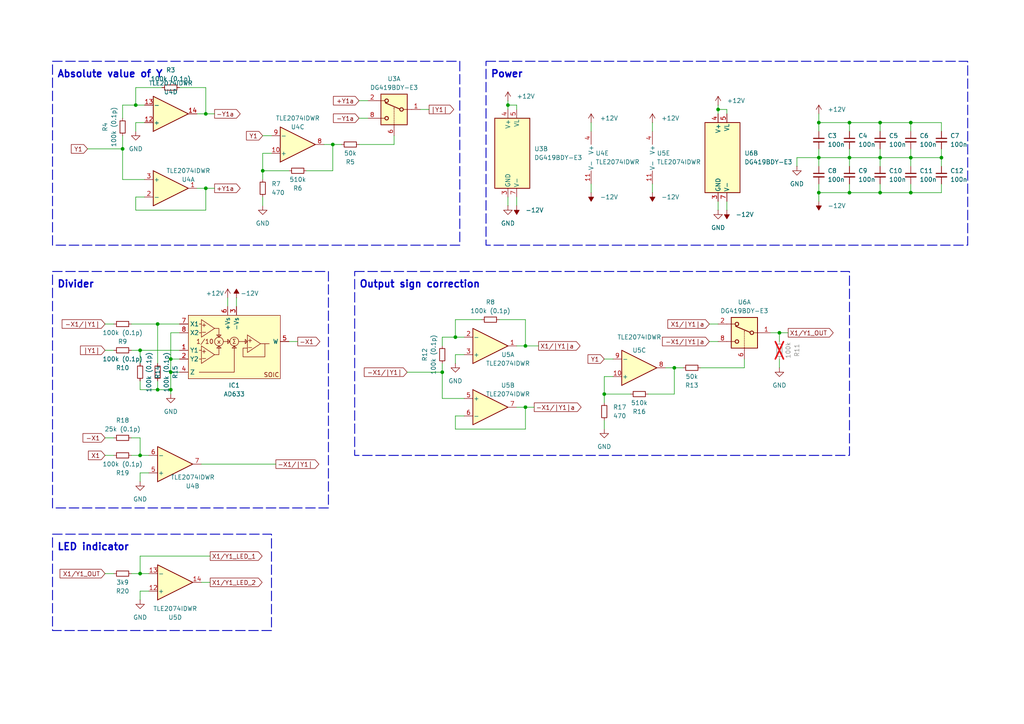
<source format=kicad_sch>
(kicad_sch (version 20231120) (generator "eeschema") (generator_version "8.0")
  (paper "A4")
  (title_block (title "Analog Computer Division Module") (date "2025-01-09") (rev "1") (comment 1 "Division Module with LED indicator"))
  (lib_symbols
    (symbol "Amplifier_Operational:TL074" (pin_names (offset 0.127))
      (property "Reference" "U" (at 0 5.08 0))
      (property "Value" "TL074" (at 0 -5.08 0))
      (symbol "TL074_1_1"
        (polyline (pts (xy -5.08 5.08) (xy 5.08 0) (xy -5.08 -5.08) (xy -5.08 5.08)) (stroke (width 0.254)) (fill (type background)))
        (pin output line (at 7.62 0 180) (length 2.54) (name "~") (number "1"))
        (pin input line (at -7.62 -2.54 0) (length 2.54) (name "-") (number "2"))
        (pin input line (at -7.62 2.54 0) (length 2.54) (name "+") (number "3"))
      )
      (symbol "TL074_2_1"
        (polyline (pts (xy -5.08 5.08) (xy 5.08 0) (xy -5.08 -5.08) (xy -5.08 5.08)) (stroke (width 0.254)) (fill (type background)))
        (pin input line (at -7.62 2.54 0) (length 2.54) (name "+") (number "5"))
        (pin input line (at -7.62 -2.54 0) (length 2.54) (name "-") (number "6"))
        (pin output line (at 7.62 0 180) (length 2.54) (name "~") (number "7"))
      )
      (symbol "TL074_3_1"
        (polyline (pts (xy -5.08 5.08) (xy 5.08 0) (xy -5.08 -5.08) (xy -5.08 5.08)) (stroke (width 0.254)) (fill (type background)))
        (pin input line (at -7.62 2.54 0) (length 2.54) (name "+") (number "10"))
        (pin output line (at 7.62 0 180) (length 2.54) (name "~") (number "8"))
        (pin input line (at -7.62 -2.54 0) (length 2.54) (name "-") (number "9"))
      )
      (symbol "TL074_4_1"
        (polyline (pts (xy -5.08 5.08) (xy 5.08 0) (xy -5.08 -5.08) (xy -5.08 5.08)) (stroke (width 0.254)) (fill (type background)))
        (pin input line (at -7.62 2.54 0) (length 2.54) (name "+") (number "12"))
        (pin input line (at -7.62 -2.54 0) (length 2.54) (name "-") (number "13"))
        (pin output line (at 7.62 0 180) (length 2.54) (name "~") (number "14"))
      )
      (symbol "TL074_5_1"
        (pin power_in line (at -2.54 -7.62 90) (length 3.81) (name "V-") (number "11"))
        (pin power_in line (at -2.54 7.62 270) (length 3.81) (name "V+") (number "4"))
      )
    )
    (symbol "Analog_Switch:ADG419BR" (pin_names (offset 0.254))
      (property "Reference" "U" (at -3.175 4.699 0))
      (property "Value" "ADG419BR" (at -3.175 2.921 0))
      (symbol "ADG419BR_1_1"
        (rectangle (start -3.81 4.445) (end 3.81 -4.445) (stroke (width 0.254)) (fill (type background)))
        (circle (center -2.159 0) (radius 0.508) (stroke (width 0.254)))
        (polyline (pts (xy -5.08 0) (xy -2.794 0)))
        (polyline (pts (xy -1.651 0.127) (xy 2.54 1.905)) (stroke (width 0.254)))
        (polyline (pts (xy 0 -5.08) (xy 0 -4.572)))
        (polyline (pts (xy 0 -4.318) (xy 0 -4.064)))
        (polyline (pts (xy 0 -3.81) (xy 0 -3.556)))
        (polyline (pts (xy 0 -3.302) (xy 0 -3.048)))
        (polyline (pts (xy 0 -2.794) (xy 0 -2.54)))
        (polyline (pts (xy 0 -2.286) (xy 0 -2.032)))
        (polyline (pts (xy 0 -1.778) (xy 0 -1.524)))
        (polyline (pts (xy 0 -1.27) (xy 0 -1.016)))
        (polyline (pts (xy 0 -0.762) (xy 0 -0.508)))
        (polyline (pts (xy 0 -0.254) (xy 0 0)))
        (polyline (pts (xy 0 0.254) (xy 0 0.508)))
        (polyline (pts (xy 0 0.254) (xy 0 0.508)))
        (polyline (pts (xy 5.08 -2.54) (xy 2.794 -2.54)))
        (polyline (pts (xy 5.08 2.54) (xy 2.794 2.54)))
        (circle (center 2.159 -2.54) (radius 0.508) (stroke (width 0.254)))
        (circle (center 2.159 2.54) (radius 0.508) (stroke (width 0.254)))
        (pin passive line (at -7.62 0 0) (length 2.54) (name "~") (number "1"))
        (pin passive line (at 7.62 2.54 180) (length 2.54) (name "~") (number "2"))
        (pin input line (at 0 -7.62 90) (length 2.54) (name "~") (number "6"))
        (pin passive line (at 7.62 -2.54 180) (length 2.54) (name "~") (number "8"))
      )
      (symbol "ADG419BR_2_0"
        (pin power_in line (at 0 -12.7 90) (length 2.54) (name "GND") (number "3"))
        (pin power_in line (at 0 12.7 270) (length 2.54) (name "V+") (number "4"))
        (pin power_in line (at 2.54 12.7 270) (length 2.54) (name "VL") (number "5"))
        (pin power_in line (at 2.54 -12.7 90) (length 2.54) (name "V-") (number "7"))
      )
      (symbol "ADG419BR_2_1"
        (rectangle (start -3.81 10.16) (end 6.35 -10.16) (stroke (width 0.254)) (fill (type background)))
      )
    )
    (symbol "Analog_Switch:DG419LDY" (pin_names (offset 0.254))
      (property "Reference" "U" (at -3.175 7.239 0))
      (property "Value" "DG419LDY" (at -3.175 5.461 0))
      (symbol "DG419LDY_1_1"
        (rectangle (start -3.81 4.445) (end 3.81 -4.445) (stroke (width 0.254)) (fill (type background)))
        (circle (center -2.159 0) (radius 0.508) (stroke (width 0.254)))
        (polyline (pts (xy -5.08 0) (xy -2.794 0)))
        (polyline (pts (xy -1.651 0.127) (xy 2.54 1.905)) (stroke (width 0.254)))
        (polyline (pts (xy 0 -5.08) (xy 0 -4.572)))
        (polyline (pts (xy 0 -4.318) (xy 0 -4.064)))
        (polyline (pts (xy 0 -3.81) (xy 0 -3.556)))
        (polyline (pts (xy 0 -3.302) (xy 0 -3.048)))
        (polyline (pts (xy 0 -2.794) (xy 0 -2.54)))
        (polyline (pts (xy 0 -2.286) (xy 0 -2.032)))
        (polyline (pts (xy 0 -1.778) (xy 0 -1.524)))
        (polyline (pts (xy 0 -1.27) (xy 0 -1.016)))
        (polyline (pts (xy 0 -0.762) (xy 0 -0.508)))
        (polyline (pts (xy 0 -0.254) (xy 0 0)))
        (polyline (pts (xy 0 0.254) (xy 0 0.508)))
        (polyline (pts (xy 0 0.254) (xy 0 0.508)))
        (polyline (pts (xy 5.08 -2.54) (xy 2.794 -2.54)))
        (polyline (pts (xy 5.08 2.54) (xy 2.794 2.54)))
        (circle (center 2.159 -2.54) (radius 0.508) (stroke (width 0.254)))
        (circle (center 2.159 2.54) (radius 0.508) (stroke (width 0.254)))
        (pin passive line (at -7.62 0 0) (length 2.54) (name "~") (number "1"))
        (pin passive line (at 7.62 2.54 180) (length 2.54) (name "~") (number "2"))
        (pin input line (at 0 -7.62 90) (length 2.54) (name "~") (number "6"))
        (pin passive line (at 7.62 -2.54 180) (length 2.54) (name "~") (number "8"))
      )
      (symbol "DG419LDY_2_0"
        (pin power_in line (at 0 -12.7 90) (length 2.54) (name "GND") (number "3"))
        (pin power_in line (at 0 12.7 270) (length 2.54) (name "V+") (number "4"))
        (pin power_in line (at 2.54 12.7 270) (length 2.54) (name "VL") (number "5"))
        (pin power_in line (at 2.54 -12.7 90) (length 2.54) (name "V-") (number "7"))
      )
      (symbol "DG419LDY_2_1"
        (rectangle (start -3.81 10.16) (end 6.35 -10.16) (stroke (width 0.254)) (fill (type background)))
      )
    )
    (symbol "Analog_computing:AD633JR/AD633AR"
      (property "Reference" "IC" (at 21.336 8.636 0))
      (symbol "AD633JR/AD633AR_1_1"
        (rectangle (start -1.27 7.62) (end 25.4 -10.795) (fill (type background)))
        (polyline (pts (xy 2.54 -5.08) (xy 1.905 -5.08)))
        (polyline (pts (xy 2.54 -2.54) (xy 1.905 -2.54)))
        (polyline (pts (xy 2.54 2.54) (xy 1.905 2.54)))
        (polyline (pts (xy 2.54 5.08) (xy 1.905 5.08)))
        (polyline (pts (xy 8.89 0) (xy 10.795 0)))
        (polyline (pts (xy 13.335 0) (xy 15.875 0)))
        (polyline (pts (xy 19.685 -0.635) (xy 22.225 -0.635)))
        (polyline (pts (xy 1.905 -8.89) (xy 12.065 -8.89) (xy 12.065 -1.27)))
        (polyline (pts (xy 6.35 -3.81) (xy 7.62 -3.81) (xy 7.62 -1.27)))
        (polyline (pts (xy 7.62 1.27) (xy 7.62 3.81) (xy 6.35 3.81)))
        (polyline (pts (xy 2.54 -1.27) (xy 2.54 -6.35) (xy 6.35 -3.81) (xy 2.54 -1.27)))
        (polyline (pts (xy 2.54 6.35) (xy 2.54 1.27) (xy 6.35 3.81) (xy 2.54 6.35)))
        (polyline (pts (xy 6.985 1.905) (xy 7.62 1.27) (xy 8.255 1.905) (xy 6.985 1.905)))
        (polyline (pts (xy 7.62 -1.27) (xy 6.985 -1.905) (xy 8.255 -1.905) (xy 7.62 -1.27)))
        (polyline (pts (xy 10.16 0.635) (xy 10.795 0) (xy 10.16 -0.635) (xy 10.16 0.635)))
        (polyline (pts (xy 12.065 -1.27) (xy 11.43 -1.905) (xy 12.7 -1.905) (xy 12.065 -1.27)))
        (polyline (pts (xy 15.24 0.635) (xy 15.875 0) (xy 15.24 -0.635) (xy 15.24 0.635)))
        (polyline (pts (xy 15.875 1.905) (xy 15.875 -3.175) (xy 19.685 -0.635) (xy 15.875 1.905)))
        (polyline (pts (xy 15.875 -1.905) (xy 14.605 -1.905) (xy 14.605 -4.445) (xy 20.955 -4.445) (xy 20.955 -0.635)))
        (circle (center 7.62 0) (radius 1.27))
        (circle (center 12.065 0) (radius 1.27))
        (text "+\n-" (at 3.302 -3.81 0) (effects (font (size 1.27 1.27))))
        (text "+\n-" (at 3.302 3.81 0) (effects (font (size 1.27 1.27))))
        (text "+\n-" (at 16.637 -0.635 0) (effects (font (size 1.27 1.27))))
        (text "1/10" (at 3.556 0 0) (effects (font (size 1.27 1.27))))
        (text "SOIC" (at 22.86 -9.652 0) (effects (font (size 1.27 1.27))))
        (text "x\n" (at 7.62 0 0) (effects (font (size 1.27 1.27))))
        (text "Σ" (at 12.065 0 0) (effects (font (size 1.27 1.27))))
        (pin input line (at -3.81 -2.54 0) (length 2.54) (name "Y1") (number "1"))
        (pin input line (at -3.81 -5.08 0) (length 2.54) (name "Y2") (number "2"))
        (pin input line (at 12.7 10.16 270) (length 2.54) (name "-Vs") (number "3"))
        (pin input line (at -3.81 -8.89 0) (length 2.54) (name "Z") (number "4"))
        (pin output line (at 27.94 0 180) (length 2.54) (name "W") (number "5"))
        (pin input line (at 10.16 10.16 270) (length 2.54) (name "+Vs") (number "6"))
        (pin input line (at -3.81 5.08 0) (length 2.54) (name "X1") (number "7"))
        (pin input line (at -3.81 2.54 0) (length 2.54) (name "X2") (number "8"))
      )
    )
    (symbol "Device:C_Small" (pin_numbers hide) (pin_names (offset 0.254) hide)
      (property "Reference" "C" (at 0.254 1.778 0))
      (property "Value" "C_Small" (at 0.254 -2.032 0))
      (symbol "C_Small_0_1"
        (polyline (pts (xy -1.524 -0.508) (xy 1.524 -0.508)) (stroke (width 0.3302)))
        (polyline (pts (xy -1.524 0.508) (xy 1.524 0.508)) (stroke (width 0.3048)))
      )
      (symbol "C_Small_1_1"
        (pin passive line (at 0 2.54 270) (length 2.032) (name "~") (number "1"))
        (pin passive line (at 0 -2.54 90) (length 2.032) (name "~") (number "2"))
      )
    )
    (symbol "Device:R_Small" (pin_numbers hide) (pin_names (offset 0.254) hide)
      (property "Reference" "R" (at 0.762 0.508 0))
      (property "Value" "R_Small" (at 0.762 -1.016 0))
      (symbol "R_Small_0_1"
        (rectangle (start -0.762 1.778) (end 0.762 -1.778) (stroke (width 0.2032)))
      )
      (symbol "R_Small_1_1"
        (pin passive line (at 0 2.54 270) (length 0.762) (name "~") (number "1"))
        (pin passive line (at 0 -2.54 90) (length 0.762) (name "~") (number "2"))
      )
    )
    (symbol "power:+12V" (power) (pin_numbers hide) (pin_names (offset 0) hide)
      (property "Value" "+12V" (at 0 3.556 0))
      (symbol "+12V_0_1"
        (polyline (pts (xy -0.762 1.27) (xy 0 2.54)))
        (polyline (pts (xy 0 0) (xy 0 2.54)))
        (polyline (pts (xy 0 2.54) (xy 0.762 1.27)))
      )
      (symbol "+12V_1_1"
        (pin power_in line (at 0 0 90) (length 0) (name "~") (number "1"))
      )
    )
    (symbol "power:-12V" (power) (pin_numbers hide) (pin_names (offset 0) hide)
      (property "Value" "-12V" (at 0 3.556 0))
      (symbol "-12V_0_0"
        (pin power_in line (at 0 0 90) (length 0) (name "~") (number "1"))
      )
      (symbol "-12V_0_1"
        (polyline (pts (xy 0 0) (xy 0 1.27) (xy 0.762 1.27) (xy 0 2.54) (xy -0.762 1.27) (xy 0 1.27)) (fill (type outline)))
      )
    )
    (symbol "power:GND" (power) (pin_numbers hide) (pin_names (offset 0) hide)
      (property "Value" "GND" (at 0 -3.81 0))
      (symbol "GND_0_1"
        (polyline (pts (xy 0 0) (xy 0 -1.27) (xy 1.27 -1.27) (xy 0 -2.54) (xy -1.27 -1.27) (xy 0 -1.27)))
      )
      (symbol "GND_1_1"
        (pin power_in line (at 0 0 270) (length 0) (name "~") (number "1"))
      )
    )
  )
  (junction (at 226.06 96.52))
  (junction (at 45.72 113.03))
  (junction (at 39.37 30.48))
  (junction (at 40.64 101.6))
  (junction (at 264.16 45.72))
  (junction (at 49.53 113.03))
  (junction (at 76.2 49.53))
  (junction (at 40.64 166.37))
  (junction (at 255.27 55.88))
  (junction (at 152.4 118.11))
  (junction (at 45.72 93.98))
  (junction (at 59.69 33.02))
  (junction (at 49.53 104.14))
  (junction (at 35.56 43.18))
  (junction (at 132.08 97.79))
  (junction (at 175.26 114.3))
  (junction (at 237.49 55.88))
  (junction (at 152.4 100.33))
  (junction (at 264.16 55.88))
  (junction (at 208.28 31.75))
  (junction (at 237.49 35.56))
  (junction (at 255.27 35.56))
  (junction (at 40.64 132.08))
  (junction (at 59.69 54.61))
  (junction (at 246.38 45.72))
  (junction (at 49.53 107.95))
  (junction (at 246.38 55.88))
  (junction (at 128.27 107.95))
  (junction (at 195.58 106.68))
  (junction (at 147.32 30.48))
  (junction (at 237.49 45.72))
  (junction (at 246.38 35.56))
  (junction (at 255.27 45.72))
  (junction (at 273.05 45.72))
  (junction (at 264.16 35.56))
  (junction (at 96.52 41.91))
  (wire (pts (xy 147.32 57.15) (xy 147.32 59.69)))
  (wire (pts (xy 210.82 58.42) (xy 210.82 60.96)))
  (wire (pts (xy 246.38 35.56) (xy 246.38 38.1)))
  (wire (pts (xy 39.37 60.96) (xy 59.69 60.96)))
  (wire (pts (xy 195.58 114.3) (xy 195.58 106.68)))
  (wire (pts (xy 104.14 41.91) (xy 114.3 41.91)))
  (wire (pts (xy 30.48 127) (xy 33.02 127)))
  (wire (pts (xy 139.7 92.71) (xy 132.08 92.71)))
  (wire (pts (xy 104.14 34.29) (xy 106.68 34.29)))
  (wire (pts (xy 147.32 30.48) (xy 149.86 30.48)))
  (wire (pts (xy 237.49 33.02) (xy 237.49 35.56)))
  (wire (pts (xy 147.32 30.48) (xy 147.32 31.75)))
  (wire (pts (xy 132.08 92.71) (xy 132.08 97.79)))
  (wire (pts (xy 76.2 39.37) (xy 78.74 39.37)))
  (wire (pts (xy 40.64 161.29) (xy 40.64 166.37)))
  (wire (pts (xy 30.48 166.37) (xy 33.02 166.37)))
  (wire (pts (xy 205.74 93.98) (xy 208.28 93.98)))
  (wire (pts (xy 226.06 104.14) (xy 226.06 106.68)))
  (wire (pts (xy 76.2 44.45) (xy 76.2 49.53)))
  (wire (pts (xy 40.64 101.6) (xy 40.64 105.41)))
  (wire (pts (xy 152.4 92.71) (xy 144.78 92.71)))
  (wire (pts (xy 39.37 25.4) (xy 39.37 30.48)))
  (wire (pts (xy 149.86 31.75) (xy 149.86 30.48)))
  (wire (pts (xy 237.49 55.88) (xy 237.49 58.42)))
  (wire (pts (xy 273.05 43.18) (xy 273.05 45.72)))
  (wire (pts (xy 39.37 57.15) (xy 39.37 60.96)))
  (wire (pts (xy 39.37 35.56) (xy 41.91 35.56)))
  (wire (pts (xy 38.1 127) (xy 40.64 127)))
  (wire (pts (xy 237.49 45.72) (xy 237.49 48.26)))
  (wire (pts (xy 40.64 113.03) (xy 45.72 113.03)))
  (wire (pts (xy 246.38 45.72) (xy 255.27 45.72)))
  (wire (pts (xy 152.4 100.33) (xy 152.4 92.71)))
  (wire (pts (xy 273.05 45.72) (xy 273.05 48.26)))
  (wire (pts (xy 128.27 97.79) (xy 128.27 100.33)))
  (wire (pts (xy 38.1 93.98) (xy 45.72 93.98)))
  (wire (pts (xy 175.26 114.3) (xy 175.26 116.84)))
  (wire (pts (xy 205.74 99.06) (xy 208.28 99.06)))
  (wire (pts (xy 41.91 57.15) (xy 39.37 57.15)))
  (wire (pts (xy 60.96 161.29) (xy 40.64 161.29)))
  (wire (pts (xy 41.91 30.48) (xy 39.37 30.48)))
  (wire (pts (xy 237.49 55.88) (xy 246.38 55.88)))
  (wire (pts (xy 128.27 97.79) (xy 132.08 97.79)))
  (wire (pts (xy 255.27 35.56) (xy 246.38 35.56)))
  (wire (pts (xy 152.4 118.11) (xy 149.86 118.11)))
  (wire (pts (xy 246.38 55.88) (xy 246.38 53.34)))
  (wire (pts (xy 226.06 96.52) (xy 226.06 99.06)))
  (wire (pts (xy 255.27 55.88) (xy 264.16 55.88)))
  (wire (pts (xy 237.49 45.72) (xy 246.38 45.72)))
  (wire (pts (xy 25.4 43.18) (xy 35.56 43.18)))
  (wire (pts (xy 118.11 107.95) (xy 128.27 107.95)))
  (wire (pts (xy 59.69 33.02) (xy 62.23 33.02)))
  (wire (pts (xy 171.45 35.56) (xy 171.45 38.1)))
  (wire (pts (xy 59.69 54.61) (xy 62.23 54.61)))
  (wire (pts (xy 215.9 106.68) (xy 215.9 104.14)))
  (wire (pts (xy 255.27 43.18) (xy 255.27 45.72)))
  (wire (pts (xy 59.69 33.02) (xy 59.69 25.4)))
  (wire (pts (xy 231.14 45.72) (xy 237.49 45.72)))
  (wire (pts (xy 52.07 96.52) (xy 49.53 96.52)))
  (wire (pts (xy 231.14 48.26) (xy 231.14 45.72)))
  (wire (pts (xy 96.52 41.91) (xy 96.52 49.53)))
  (wire (pts (xy 237.49 53.34) (xy 237.49 55.88)))
  (wire (pts (xy 40.64 110.49) (xy 40.64 113.03)))
  (wire (pts (xy 195.58 106.68) (xy 198.12 106.68)))
  (wire (pts (xy 40.64 139.7) (xy 40.64 137.16)))
  (wire (pts (xy 35.56 52.07) (xy 41.91 52.07)))
  (wire (pts (xy 132.08 97.79) (xy 134.62 97.79)))
  (wire (pts (xy 59.69 60.96) (xy 59.69 54.61)))
  (wire (pts (xy 255.27 45.72) (xy 255.27 48.26)))
  (wire (pts (xy 30.48 101.6) (xy 33.02 101.6)))
  (wire (pts (xy 49.53 104.14) (xy 49.53 107.95)))
  (wire (pts (xy 40.64 101.6) (xy 52.07 101.6)))
  (wire (pts (xy 35.56 39.37) (xy 35.56 43.18)))
  (wire (pts (xy 203.2 106.68) (xy 215.9 106.68)))
  (wire (pts (xy 208.28 31.75) (xy 208.28 33.02)))
  (wire (pts (xy 68.58 86.36) (xy 68.58 88.9)))
  (wire (pts (xy 264.16 45.72) (xy 264.16 48.26)))
  (wire (pts (xy 246.38 43.18) (xy 246.38 45.72)))
  (wire (pts (xy 121.92 31.75) (xy 124.46 31.75)))
  (wire (pts (xy 40.64 173.99) (xy 40.64 171.45)))
  (wire (pts (xy 226.06 96.52) (xy 228.6 96.52)))
  (wire (pts (xy 76.2 49.53) (xy 83.82 49.53)))
  (wire (pts (xy 96.52 49.53) (xy 88.9 49.53)))
  (wire (pts (xy 152.4 100.33) (xy 156.21 100.33)))
  (wire (pts (xy 30.48 132.08) (xy 33.02 132.08)))
  (wire (pts (xy 264.16 43.18) (xy 264.16 45.72)))
  (wire (pts (xy 237.49 35.56) (xy 246.38 35.56)))
  (wire (pts (xy 147.32 29.21) (xy 147.32 30.48)))
  (wire (pts (xy 46.99 25.4) (xy 39.37 25.4)))
  (wire (pts (xy 52.07 25.4) (xy 59.69 25.4)))
  (wire (pts (xy 132.08 124.46) (xy 152.4 124.46)))
  (wire (pts (xy 237.49 38.1) (xy 237.49 35.56)))
  (wire (pts (xy 273.05 55.88) (xy 264.16 55.88)))
  (wire (pts (xy 45.72 93.98) (xy 52.07 93.98)))
  (wire (pts (xy 175.26 121.92) (xy 175.26 124.46)))
  (wire (pts (xy 264.16 53.34) (xy 264.16 55.88)))
  (wire (pts (xy 255.27 45.72) (xy 264.16 45.72)))
  (wire (pts (xy 177.8 109.22) (xy 175.26 109.22)))
  (wire (pts (xy 193.04 106.68) (xy 195.58 106.68)))
  (wire (pts (xy 175.26 109.22) (xy 175.26 114.3)))
  (wire (pts (xy 45.72 113.03) (xy 49.53 113.03)))
  (wire (pts (xy 76.2 57.15) (xy 76.2 59.69)))
  (wire (pts (xy 49.53 113.03) (xy 49.53 114.3)))
  (wire (pts (xy 237.49 43.18) (xy 237.49 45.72)))
  (wire (pts (xy 208.28 30.48) (xy 208.28 31.75)))
  (wire (pts (xy 273.05 35.56) (xy 264.16 35.56)))
  (wire (pts (xy 78.74 44.45) (xy 76.2 44.45)))
  (wire (pts (xy 264.16 45.72) (xy 273.05 45.72)))
  (wire (pts (xy 30.48 93.98) (xy 33.02 93.98)))
  (wire (pts (xy 38.1 132.08) (xy 40.64 132.08)))
  (wire (pts (xy 45.72 110.49) (xy 45.72 113.03)))
  (wire (pts (xy 175.26 104.14) (xy 177.8 104.14)))
  (wire (pts (xy 96.52 41.91) (xy 99.06 41.91)))
  (wire (pts (xy 246.38 45.72) (xy 246.38 48.26)))
  (wire (pts (xy 40.64 137.16) (xy 43.18 137.16)))
  (wire (pts (xy 49.53 107.95) (xy 52.07 107.95)))
  (wire (pts (xy 255.27 38.1) (xy 255.27 35.56)))
  (wire (pts (xy 210.82 33.02) (xy 210.82 31.75)))
  (wire (pts (xy 208.28 58.42) (xy 208.28 60.96)))
  (wire (pts (xy 149.86 57.15) (xy 149.86 59.69)))
  (wire (pts (xy 134.62 102.87) (xy 132.08 102.87)))
  (wire (pts (xy 40.64 127) (xy 40.64 132.08)))
  (wire (pts (xy 152.4 118.11) (xy 154.94 118.11)))
  (wire (pts (xy 210.82 31.75) (xy 208.28 31.75)))
  (wire (pts (xy 39.37 38.1) (xy 39.37 35.56)))
  (wire (pts (xy 273.05 38.1) (xy 273.05 35.56)))
  (wire (pts (xy 38.1 101.6) (xy 40.64 101.6)))
  (wire (pts (xy 40.64 132.08) (xy 43.18 132.08)))
  (wire (pts (xy 45.72 93.98) (xy 45.72 105.41)))
  (wire (pts (xy 134.62 120.65) (xy 132.08 120.65)))
  (wire (pts (xy 58.42 168.91) (xy 60.96 168.91)))
  (wire (pts (xy 40.64 171.45) (xy 43.18 171.45)))
  (wire (pts (xy 66.04 86.36) (xy 66.04 88.9)))
  (wire (pts (xy 57.15 33.02) (xy 59.69 33.02)))
  (wire (pts (xy 134.62 115.57) (xy 128.27 115.57)))
  (wire (pts (xy 264.16 35.56) (xy 255.27 35.56)))
  (wire (pts (xy 264.16 38.1) (xy 264.16 35.56)))
  (wire (pts (xy 49.53 96.52) (xy 49.53 104.14)))
  (wire (pts (xy 152.4 124.46) (xy 152.4 118.11)))
  (wire (pts (xy 58.42 134.62) (xy 80.01 134.62)))
  (wire (pts (xy 132.08 120.65) (xy 132.08 124.46)))
  (wire (pts (xy 175.26 114.3) (xy 182.88 114.3)))
  (wire (pts (xy 171.45 53.34) (xy 171.45 55.88)))
  (wire (pts (xy 49.53 104.14) (xy 52.07 104.14)))
  (wire (pts (xy 49.53 107.95) (xy 49.53 113.03)))
  (wire (pts (xy 83.82 99.06) (xy 86.36 99.06)))
  (wire (pts (xy 38.1 166.37) (xy 40.64 166.37)))
  (wire (pts (xy 35.56 30.48) (xy 35.56 34.29)))
  (wire (pts (xy 104.14 29.21) (xy 106.68 29.21)))
  (wire (pts (xy 149.86 100.33) (xy 152.4 100.33)))
  (wire (pts (xy 128.27 105.41) (xy 128.27 107.95)))
  (wire (pts (xy 93.98 41.91) (xy 96.52 41.91)))
  (wire (pts (xy 128.27 115.57) (xy 128.27 107.95)))
  (wire (pts (xy 35.56 43.18) (xy 35.56 52.07)))
  (wire (pts (xy 189.23 35.56) (xy 189.23 38.1)))
  (wire (pts (xy 39.37 30.48) (xy 35.56 30.48)))
  (wire (pts (xy 59.69 54.61) (xy 57.15 54.61)))
  (wire (pts (xy 255.27 53.34) (xy 255.27 55.88)))
  (wire (pts (xy 223.52 96.52) (xy 226.06 96.52)))
  (wire (pts (xy 187.96 114.3) (xy 195.58 114.3)))
  (wire (pts (xy 40.64 166.37) (xy 43.18 166.37)))
  (wire (pts (xy 246.38 55.88) (xy 255.27 55.88)))
  (wire (pts (xy 273.05 53.34) (xy 273.05 55.88)))
  (wire (pts (xy 189.23 53.34) (xy 189.23 55.88)))
  (wire (pts (xy 132.08 102.87) (xy 132.08 105.41)))
  (wire (pts (xy 114.3 41.91) (xy 114.3 39.37)))
  (wire (pts (xy 76.2 49.53) (xy 76.2 52.07)))
  (rectangle (start 140.97 17.78) (end 280.67 71.12) (stroke (width 0.254) (type dash)))
  (rectangle (start 15.24 78.74) (end 95.25 147.32) (stroke (width 0.254) (type dash)))
  (rectangle (start 15.24 154.94) (end 78.74 182.88) (stroke (width 0.254) (type dash)))
  (rectangle (start 15.24 17.78) (end 133.35 71.12) (stroke (width 0.254) (type dash)))
  (rectangle (start 102.87 78.74) (end 246.38 132.08) (stroke (width 0.254) (type dash)))
  (text "Divider" (at 16.51 82.55 0) (effects (font (size 2.032 2.032) (thickness 0.4064) (bold yes)) (justify left)))
  (text "Power" (at 142.24 21.59 0) (effects (font (size 2.032 2.032) (thickness 0.4064) (bold yes)) (justify left)))
  (text "Absolute value of Y" (at 16.51 21.59 0) (effects (font (size 2.032 2.032) (thickness 0.4064) (bold yes)) (justify left)))
  (text "Output sign correction" (at 104.14 82.55 0) (effects (font (size 2.032 2.032) (thickness 0.4064) (bold yes)) (justify left)))
  (text "LED indicator" (at 16.51 158.75 0) (effects (font (size 2.032 2.032) (thickness 0.4064) (bold yes)) (justify left)))
  (global_label "-Y1a" (shape input) (at 104.14 34.29 180) (property "Intersheetrefs" "${INTERSHEET_REFS}" (effects (hide yes))))
  (global_label "-Y1a" (shape output) (at 62.23 33.02 0) (property "Intersheetrefs" "${INTERSHEET_REFS}" (effects (hide yes))))
  (global_label "Y1" (shape input) (at 76.2 39.37 180) (property "Intersheetrefs" "${INTERSHEET_REFS}" (effects (hide yes))))
  (global_label "X1{slash}|Y1|a" (shape output) (at 156.21 100.33 0) (property "Intersheetrefs" "${INTERSHEET_REFS}" (effects (hide yes))))
  (global_label "-X1" (shape output) (at 86.36 99.06 0) (property "Intersheetrefs" "${INTERSHEET_REFS}" (effects (hide yes))))
  (global_label "-X1{slash}|Y1|" (shape input) (at 30.48 93.98 180) (property "Intersheetrefs" "${INTERSHEET_REFS}" (effects (hide yes))))
  (global_label "-X1{slash}|Y1|" (shape output) (at 80.01 134.62 0) (property "Intersheetrefs" "${INTERSHEET_REFS}" (effects (hide yes))))
  (global_label "|Y1|" (shape output) (at 124.46 31.75 0) (property "Intersheetrefs" "${INTERSHEET_REFS}" (effects (hide yes))))
  (global_label "-X1{slash}|Y1|a" (shape output) (at 154.94 118.11 0) (property "Intersheetrefs" "${INTERSHEET_REFS}" (effects (hide yes))))
  (global_label "Y1" (shape input) (at 175.26 104.14 180) (property "Intersheetrefs" "${INTERSHEET_REFS}" (effects (hide yes))))
  (global_label "+Y1a" (shape output) (at 62.23 54.61 0) (property "Intersheetrefs" "${INTERSHEET_REFS}" (effects (hide yes))))
  (global_label "X1" (shape input) (at 30.48 132.08 180) (property "Intersheetrefs" "${INTERSHEET_REFS}" (effects (hide yes))))
  (global_label "X1{slash}Y1_OUT" (shape output) (at 228.6 96.52 0) (property "Intersheetrefs" "${INTERSHEET_REFS}" (effects (hide yes))))
  (global_label "+Y1a" (shape input) (at 104.14 29.21 180) (property "Intersheetrefs" "${INTERSHEET_REFS}" (effects (hide yes))))
  (global_label "-X1" (shape input) (at 30.48 127 180) (property "Intersheetrefs" "${INTERSHEET_REFS}" (effects (hide yes))))
  (global_label "X1{slash}|Y1|a" (shape input) (at 205.74 93.98 180) (property "Intersheetrefs" "${INTERSHEET_REFS}" (effects (hide yes))))
  (global_label "|Y1|" (shape input) (at 30.48 101.6 180) (property "Intersheetrefs" "${INTERSHEET_REFS}" (effects (hide yes))))
  (global_label "Y1" (shape input) (at 25.4 43.18 180) (property "Intersheetrefs" "${INTERSHEET_REFS}" (effects (hide yes))))
  (global_label "X1{slash}Y1_LED_2" (shape output) (at 60.96 168.91 0) (property "Intersheetrefs" "${INTERSHEET_REFS}" (effects (hide yes))))
  (global_label "-X1{slash}|Y1|a" (shape input) (at 205.74 99.06 180) (property "Intersheetrefs" "${INTERSHEET_REFS}" (effects (hide yes))))
  (global_label "X1{slash}Y1_LED_1" (shape output) (at 60.96 161.29 0) (property "Intersheetrefs" "${INTERSHEET_REFS}" (effects (hide yes))))
  (global_label "-X1{slash}|Y1|" (shape input) (at 118.11 107.95 180) (property "Intersheetrefs" "${INTERSHEET_REFS}" (effects (hide yes))))
  (global_label "X1{slash}Y1_OUT" (shape input) (at 30.48 166.37 180) (property "Intersheetrefs" "${INTERSHEET_REFS}" (effects (hide yes))))
  (symbol (lib_id "Device:C_Small") (at 246.38 50.8 0) (unit 1)
    (property "Reference" "C9" (at 248.92 49.5362 0) (effects (justify left)))
    (property "Value" "100n" (at 248.92 52.0762 0) (effects (justify left)))
    (property "Footprint" "Capacitor_SMD:C_1206_3216Metric_Pad1.33x1.80mm_HandSolder" (effects (hide yes)))
    (property "Description" "Unpolarized capacitor, small symbol" (effects (hide yes)))
  )
  (symbol (lib_id "Device:R_Small") (at 142.24 92.71 270) (mirror x) (unit 1)
    (property "Reference" "R8" (at 142.24 87.63 90))
    (property "Value" "100k (0.1p)" (at 142.24 90.17 90))
    (property "Footprint" "Resistor_SMD:R_1206_3216Metric_Pad1.30x1.75mm_HandSolder" (effects (hide yes)))
    (property "Description" "Resistor, small symbol" (effects (hide yes)))
  )
  (symbol (lib_id "Device:R_Small") (at 185.42 114.3 90) (mirror x) (unit 1)
    (property "Reference" "R16" (at 185.42 119.38 90))
    (property "Value" "510k" (at 185.42 116.84 90))
    (property "Footprint" "Resistor_SMD:R_1206_3216Metric_Pad1.30x1.75mm_HandSolder" (effects (hide yes)))
    (property "Description" "Resistor, small symbol" (effects (hide yes)))
  )
  (symbol (lib_id "Amplifier_Operational:TL074") (at 50.8 168.91 0) (mirror x) (unit 4)
    (property "Reference" "U5" (at 50.8 179.07 0))
    (property "Value" "TLE2074IDWR" (at 50.8 176.53 0))
    (property "Footprint" "Package_SO:SOIC-14_3.9x8.7mm_P1.27mm" (effects (hide yes)))
    (property "Datasheet" "https://www.ti.com/general/docs/suppproductinfo.tsp?distId=10&gotoUrl=https%3A%2F%2Fwww.ti.com%2Flit%2Fgpn%2Ftle2074" (effects (hide yes)))
    (property "Description" "IC OPAMP JFET 4 CIRCUIT 16SOIC" (effects (hide yes)))
  )
  (symbol (lib_id "Device:C_Small") (at 237.49 50.8 0) (unit 1)
    (property "Reference" "C8" (at 240.03 49.5362 0) (effects (justify left)))
    (property "Value" "100n" (at 240.03 52.0762 0) (effects (justify left)))
    (property "Footprint" "Capacitor_SMD:C_1206_3216Metric_Pad1.33x1.80mm_HandSolder" (effects (hide yes)))
    (property "Description" "Unpolarized capacitor, small symbol" (effects (hide yes)))
  )
  (symbol (lib_id "power:+12V") (at 208.28 30.48 0) (unit 1)
    (property "Reference" "#PWR022" (effects (hide yes)))
    (property "Value" "+12V" (at 210.82 29.2099 0) (effects (justify left)))
    (property "Description" "Power symbol creates a global label with name \"+12V\"" (effects (hide yes)))
  )
  (symbol (lib_id "Device:R_Small") (at 35.56 127 270) (mirror x) (unit 1)
    (property "Reference" "R18" (at 35.56 121.92 90))
    (property "Value" "25k (0.1p)" (at 35.56 124.46 90))
    (property "Footprint" "Resistor_SMD:R_1206_3216Metric_Pad1.30x1.75mm_HandSolder" (effects (hide yes)))
    (property "Description" "Resistor, small symbol" (effects (hide yes)))
  )
  (symbol (lib_id "power:GND") (at 231.14 48.26 0) (unit 1)
    (property "Reference" "#PWR027" (effects (hide yes)))
    (property "Value" "GND" (at 231.14 53.34 0))
    (property "Description" "Power symbol creates a global label with name \"GND\" , ground" (effects (hide yes)))
  )
  (symbol (lib_id "Device:R_Small") (at 35.56 101.6 90) (mirror x) (unit 1)
    (property "Reference" "R10" (at 35.56 106.68 90))
    (property "Value" "100k (0.1p)" (at 35.56 104.14 90))
    (property "Footprint" "Resistor_SMD:R_1206_3216Metric_Pad1.30x1.75mm_HandSolder" (effects (hide yes)))
    (property "Description" "Resistor, small symbol" (effects (hide yes)))
  )
  (symbol (lib_id "Amplifier_Operational:TL074") (at 142.24 118.11 0) (unit 2)
    (property "Reference" "U5" (at 147.32 111.76 0))
    (property "Value" "TLE2074IDWR" (at 147.32 114.3 0))
    (property "Footprint" "Package_SO:SOIC-14_3.9x8.7mm_P1.27mm" (effects (hide yes)))
    (property "Datasheet" "https://www.ti.com/general/docs/suppproductinfo.tsp?distId=10&gotoUrl=https%3A%2F%2Fwww.ti.com%2Flit%2Fgpn%2Ftle2074" (effects (hide yes)))
    (property "Description" "IC OPAMP JFET 4 CIRCUIT 16SOIC" (effects (hide yes)))
  )
  (symbol (lib_id "Amplifier_Operational:TL074") (at 49.53 33.02 0) (mirror x) (unit 4)
    (property "Reference" "U4" (at 49.53 26.67 0))
    (property "Value" "TLE2074IDWR" (at 49.53 24.13 0))
    (property "Footprint" "Package_SO:SOIC-14_3.9x8.7mm_P1.27mm" (effects (hide yes)))
    (property "Datasheet" "https://www.ti.com/general/docs/suppproductinfo.tsp?distId=10&gotoUrl=https%3A%2F%2Fwww.ti.com%2Flit%2Fgpn%2Ftle2074" (effects (hide yes)))
    (property "Description" "IC OPAMP JFET 4 CIRCUIT 16SOIC" (effects (hide yes)))
  )
  (symbol (lib_id "Device:R_Small") (at 35.56 93.98 90) (mirror x) (unit 1)
    (property "Reference" "R9" (at 35.56 99.06 90))
    (property "Value" "100k (0.1p)" (at 35.56 96.52 90))
    (property "Footprint" "Resistor_SMD:R_1206_3216Metric_Pad1.30x1.75mm_HandSolder" (effects (hide yes)))
    (property "Description" "Resistor, small symbol" (effects (hide yes)))
  )
  (symbol (lib_id "power:-12V") (at 210.82 60.96 180) (unit 1)
    (property "Reference" "#PWR035" (effects (hide yes)))
    (property "Value" "-12V" (at 213.36 62.2299 0) (effects (justify right)))
    (property "Description" "Power symbol creates a global label with name \"-12V\"" (effects (hide yes)))
  )
  (symbol (lib_id "Analog_Switch:DG419LDY") (at 208.28 45.72 0) (unit 2)
    (property "Reference" "U6" (at 215.9 44.4499 0) (effects (justify left)))
    (property "Value" "DG419BDY-E3" (at 215.9 46.9899 0) (effects (justify left)))
    (property "Footprint" "Package_SO:SOIC-8_3.9x4.9mm_P1.27mm" (effects (hide yes)))
    (property "Datasheet" "https://www.vishay.com/docs/72107/dg417b.pdf" (effects (hide yes)))
    (property "Description" "Precision Monolithic Quad SPST CMOS Analog Switches" (effects (hide yes)))
  )
  (symbol (lib_id "Device:R_Small") (at 45.72 107.95 0) (mirror x) (unit 1)
    (property "Reference" "R15" (at 50.8 107.95 90))
    (property "Value" "100k (0.1p)" (at 48.26 107.95 90))
    (property "Footprint" "Resistor_SMD:R_1206_3216Metric_Pad1.30x1.75mm_HandSolder" (effects (hide yes)))
    (property "Description" "Resistor, small symbol" (effects (hide yes)))
  )
  (symbol (lib_id "power:GND") (at 40.64 173.99 0) (unit 1)
    (property "Reference" "#PWR043" (effects (hide yes)))
    (property "Value" "GND" (at 40.64 179.07 0))
    (property "Description" "Power symbol creates a global label with name \"GND\" , ground" (effects (hide yes)))
  )
  (symbol (lib_id "power:GND") (at 226.06 106.68 0) (unit 1)
    (property "Reference" "#PWR039" (effects (hide yes)))
    (property "Value" "GND" (at 226.06 111.76 0))
    (property "Description" "Power symbol creates a global label with name \"GND\" , ground" (effects (hide yes)))
  )
  (symbol (lib_id "power:GND") (at 208.28 60.96 0) (unit 1)
    (property "Reference" "#PWR034" (effects (hide yes)))
    (property "Value" "GND" (at 208.28 66.04 0))
    (property "Description" "Power symbol creates a global label with name \"GND\" , ground" (effects (hide yes)))
  )
  (symbol (lib_id "Device:R_Small") (at 226.06 101.6 0) (mirror x) (unit 1) (exclude_from_sim yes) (in_bom no) (on_board no) (dnp yes)
    (property "Reference" "R11" (at 231.14 101.6 90))
    (property "Value" "100k" (at 228.6 101.6 90))
    (property "Footprint" "Resistor_SMD:R_1206_3216Metric_Pad1.30x1.75mm_HandSolder" (effects (hide yes)))
    (property "Description" "Resistor, small symbol" (effects (hide yes)))
  )
  (symbol (lib_id "Device:R_Small") (at 200.66 106.68 90) (mirror x) (unit 1)
    (property "Reference" "R13" (at 200.66 111.76 90))
    (property "Value" "50k" (at 200.66 109.22 90))
    (property "Footprint" "Resistor_SMD:R_1206_3216Metric_Pad1.30x1.75mm_HandSolder" (effects (hide yes)))
    (property "Description" "Resistor, small symbol" (effects (hide yes)))
  )
  (symbol (lib_id "Amplifier_Operational:TL074") (at 173.99 45.72 0) (unit 5)
    (property "Reference" "U4" (at 172.72 44.4499 0) (effects (justify left)))
    (property "Value" "TLE2074IDWR" (at 172.72 46.9899 0) (effects (justify left)))
    (property "Footprint" "Package_SO:SOIC-14_3.9x8.7mm_P1.27mm" (effects (hide yes)))
    (property "Datasheet" "https://www.ti.com/general/docs/suppproductinfo.tsp?distId=10&gotoUrl=https%3A%2F%2Fwww.ti.com%2Flit%2Fgpn%2Ftle2074" (effects (hide yes)))
    (property "Description" "IC OPAMP JFET 4 CIRCUIT 16SOIC" (effects (hide yes)))
  )
  (symbol (lib_id "Device:C_Small") (at 264.16 40.64 0) (unit 1)
    (property "Reference" "C6" (at 266.7 39.3762 0) (effects (justify left)))
    (property "Value" "100n" (at 266.7 41.9162 0) (effects (justify left)))
    (property "Footprint" "Capacitor_SMD:C_1206_3216Metric_Pad1.33x1.80mm_HandSolder" (effects (hide yes)))
    (property "Description" "Unpolarized capacitor, small symbol" (effects (hide yes)))
  )
  (symbol (lib_id "Device:R_Small") (at 128.27 102.87 0) (mirror y) (unit 1)
    (property "Reference" "R12" (at 123.19 102.87 90))
    (property "Value" "100k (0.1p)" (at 125.73 102.87 90))
    (property "Footprint" "Resistor_SMD:R_1206_3216Metric_Pad1.30x1.75mm_HandSolder" (effects (hide yes)))
    (property "Description" "Resistor, small symbol" (effects (hide yes)))
  )
  (symbol (lib_id "power:GND") (at 132.08 105.41 0) (unit 1)
    (property "Reference" "#PWR038" (effects (hide yes)))
    (property "Value" "GND" (at 132.08 110.49 0))
    (property "Description" "Power symbol creates a global label with name \"GND\" , ground" (effects (hide yes)))
  )
  (symbol (lib_id "Device:R_Small") (at 35.56 166.37 90) (mirror x) (unit 1)
    (property "Reference" "R20" (at 35.56 171.45 90))
    (property "Value" "3k9" (at 35.56 168.91 90))
    (property "Footprint" "Resistor_SMD:R_1206_3216Metric_Pad1.30x1.75mm_HandSolder" (effects (hide yes)))
    (property "Description" "Resistor, small symbol" (effects (hide yes)))
  )
  (symbol (lib_id "Amplifier_Operational:TL074") (at 49.53 54.61 0) (unit 1)
    (property "Reference" "U4" (at 54.61 52.07 0))
    (property "Value" "TLE2074IDWR" (at 54.61 49.53 0))
    (property "Footprint" "Package_SO:SOIC-14_3.9x8.7mm_P1.27mm" (effects (hide yes)))
    (property "Datasheet" "https://www.ti.com/general/docs/suppproductinfo.tsp?distId=10&gotoUrl=https%3A%2F%2Fwww.ti.com%2Flit%2Fgpn%2Ftle2074" (effects (hide yes)))
    (property "Description" "IC OPAMP JFET 4 CIRCUIT 16SOIC" (effects (hide yes)))
  )
  (symbol (lib_id "Amplifier_Operational:TL074") (at 185.42 106.68 0) (mirror x) (unit 3)
    (property "Reference" "U5" (at 185.42 101.6 0))
    (property "Value" "TLE2074IDWR" (at 185.42 97.79 0))
    (property "Footprint" "Package_SO:SOIC-14_3.9x8.7mm_P1.27mm" (effects (hide yes)))
    (property "Datasheet" "https://www.ti.com/general/docs/suppproductinfo.tsp?distId=10&gotoUrl=https%3A%2F%2Fwww.ti.com%2Flit%2Fgpn%2Ftle2074" (effects (hide yes)))
    (property "Description" "IC OPAMP JFET 4 CIRCUIT 16SOIC" (effects (hide yes)))
  )
  (symbol (lib_id "Device:R_Small") (at 35.56 132.08 90) (mirror x) (unit 1)
    (property "Reference" "R19" (at 35.56 137.16 90))
    (property "Value" "100k (0.1p)" (at 35.56 134.62 90))
    (property "Footprint" "Resistor_SMD:R_1206_3216Metric_Pad1.30x1.75mm_HandSolder" (effects (hide yes)))
    (property "Description" "Resistor, small symbol" (effects (hide yes)))
  )
  (symbol (lib_id "Amplifier_Operational:TL074") (at 86.36 41.91 0) (mirror x) (unit 3)
    (property "Reference" "U4" (at 86.36 36.83 0))
    (property "Value" "TLE2074IDWR" (at 86.36 34.29 0))
    (property "Footprint" "Package_SO:SOIC-14_3.9x8.7mm_P1.27mm" (effects (hide yes)))
    (property "Datasheet" "https://www.ti.com/general/docs/suppproductinfo.tsp?distId=10&gotoUrl=https%3A%2F%2Fwww.ti.com%2Flit%2Fgpn%2Ftle2074" (effects (hide yes)))
    (property "Description" "IC OPAMP JFET 4 CIRCUIT 16SOIC" (effects (hide yes)))
  )
  (symbol (lib_id "Device:R_Small") (at 175.26 119.38 180) (unit 1)
    (property "Reference" "R17" (at 177.8 118.1099 0) (effects (justify right)))
    (property "Value" "470" (at 177.8 120.6499 0) (effects (justify right)))
    (property "Footprint" "Resistor_SMD:R_1206_3216Metric_Pad1.30x1.75mm_HandSolder" (effects (hide yes)))
    (property "Description" "Resistor, small symbol" (effects (hide yes)))
  )
  (symbol (lib_id "Device:R_Small") (at 49.53 25.4 270) (mirror x) (unit 1)
    (property "Reference" "R3" (at 49.53 20.32 90))
    (property "Value" "100k (0.1p)" (at 49.53 22.86 90))
    (property "Footprint" "Resistor_SMD:R_1206_3216Metric_Pad1.30x1.75mm_HandSolder" (effects (hide yes)))
    (property "Description" "Resistor, small symbol" (effects (hide yes)))
  )
  (symbol (lib_id "Device:C_Small") (at 255.27 50.8 0) (unit 1)
    (property "Reference" "C10" (at 257.81 49.5362 0) (effects (justify left)))
    (property "Value" "100n" (at 257.81 52.0762 0) (effects (justify left)))
    (property "Footprint" "Capacitor_SMD:C_1206_3216Metric_Pad1.33x1.80mm_HandSolder" (effects (hide yes)))
    (property "Description" "Unpolarized capacitor, small symbol" (effects (hide yes)))
  )
  (symbol (lib_id "power:GND") (at 49.53 114.3 0) (unit 1)
    (property "Reference" "#PWR040" (effects (hide yes)))
    (property "Value" "GND" (at 49.53 119.38 0))
    (property "Description" "Power symbol creates a global label with name \"GND\" , ground" (effects (hide yes)))
  )
  (symbol (lib_id "power:-12V") (at 171.45 55.88 180) (unit 1)
    (property "Reference" "#PWR028" (effects (hide yes)))
    (property "Value" "-12V" (at 173.99 57.1499 0) (effects (justify right)))
    (property "Description" "Power symbol creates a global label with name \"-12V\"" (effects (hide yes)))
  )
  (symbol (lib_id "power:GND") (at 147.32 59.69 0) (unit 1)
    (property "Reference" "#PWR032" (effects (hide yes)))
    (property "Value" "GND" (at 147.32 64.77 0))
    (property "Description" "Power symbol creates a global label with name \"GND\" , ground" (effects (hide yes)))
  )
  (symbol (lib_id "Analog_Switch:ADG419BR") (at 147.32 44.45 0) (unit 2)
    (property "Reference" "U3" (at 154.94 43.1799 0) (effects (justify left)))
    (property "Value" "DG419BDY-E3" (at 154.94 45.7199 0) (effects (justify left)))
    (property "Footprint" "Package_SO:SOIC-8_3.9x4.9mm_P1.27mm" (effects (hide yes)))
    (property "Datasheet" "https://www.vishay.com/docs/72107/dg417b.pdf" (effects (hide yes)))
    (property "Description" "Precision Monolithic Quad SPST CMOS Analog Switches" (effects (hide yes)))
  )
  (symbol (lib_id "Device:R_Small") (at 101.6 41.91 90) (mirror x) (unit 1)
    (property "Reference" "R5" (at 101.6 46.99 90))
    (property "Value" "50k" (at 101.6 44.45 90))
    (property "Footprint" "Resistor_SMD:R_1206_3216Metric_Pad1.30x1.75mm_HandSolder" (effects (hide yes)))
    (property "Description" "Resistor, small symbol" (effects (hide yes)))
  )
  (symbol (lib_id "power:-12V") (at 149.86 59.69 180) (unit 1)
    (property "Reference" "#PWR033" (effects (hide yes)))
    (property "Value" "-12V" (at 152.4 60.9599 0) (effects (justify right)))
    (property "Description" "Power symbol creates a global label with name \"-12V\"" (effects (hide yes)))
  )
  (symbol (lib_id "Analog_computing:AD633JR/AD633AR") (at 55.88 99.06 0) (unit 1)
    (property "Reference" "IC1" (at 67.945 111.76 0))
    (property "Value" "AD633" (at 67.945 114.3 0))
    (property "Footprint" "Package_SO:SOIC-8_3.9x4.9mm_P1.27mm" (effects (hide yes)))
    (property "Datasheet" "https://www.analog.com/media/en/technical-documentation/data-sheets/AD633.pdf" (effects (hide yes)))
  )
  (symbol (lib_id "Device:R_Small") (at 35.56 36.83 0) (mirror y) (unit 1)
    (property "Reference" "R4" (at 30.48 36.83 90))
    (property "Value" "100k (0.1p)" (at 33.02 36.83 90))
    (property "Footprint" "Resistor_SMD:R_1206_3216Metric_Pad1.30x1.75mm_HandSolder" (effects (hide yes)))
    (property "Description" "Resistor, small symbol" (effects (hide yes)))
  )
  (symbol (lib_id "power:-12V") (at 189.23 55.88 180) (unit 1)
    (property "Reference" "#PWR029" (effects (hide yes)))
    (property "Value" "-12V" (at 191.77 57.1499 0) (effects (justify right)))
    (property "Description" "Power symbol creates a global label with name \"-12V\"" (effects (hide yes)))
  )
  (symbol (lib_id "power:-12V") (at 68.58 86.36 0) (unit 1)
    (property "Reference" "#PWR037" (effects (hide yes)))
    (property "Value" "-12V" (at 72.39 85.09 0))
    (property "Description" "Power symbol creates a global label with name \"-12V\"" (effects (hide yes)))
  )
  (symbol (lib_id "Device:C_Small") (at 273.05 50.8 0) (unit 1)
    (property "Reference" "C12" (at 275.59 49.5362 0) (effects (justify left)))
    (property "Value" "100n" (at 275.59 52.0762 0) (effects (justify left)))
    (property "Footprint" "Capacitor_SMD:C_1206_3216Metric_Pad1.33x1.80mm_HandSolder" (effects (hide yes)))
    (property "Description" "Unpolarized capacitor, small symbol" (effects (hide yes)))
  )
  (symbol (lib_id "Device:R_Small") (at 40.64 107.95 0) (mirror x) (unit 1)
    (property "Reference" "R14" (at 45.72 107.95 90))
    (property "Value" "100k (0.1p)" (at 43.18 107.95 90))
    (property "Footprint" "Resistor_SMD:R_1206_3216Metric_Pad1.30x1.75mm_HandSolder" (effects (hide yes)))
    (property "Description" "Resistor, small symbol" (effects (hide yes)))
  )
  (symbol (lib_id "Device:C_Small") (at 237.49 40.64 0) (unit 1)
    (property "Reference" "C3" (at 240.03 39.3762 0) (effects (justify left)))
    (property "Value" "100n" (at 240.03 41.9162 0) (effects (justify left)))
    (property "Footprint" "Capacitor_SMD:C_1206_3216Metric_Pad1.33x1.80mm_HandSolder" (effects (hide yes)))
    (property "Description" "Unpolarized capacitor, small symbol" (effects (hide yes)))
  )
  (symbol (lib_id "Device:C_Small") (at 273.05 40.64 0) (unit 1)
    (property "Reference" "C7" (at 275.59 39.3762 0) (effects (justify left)))
    (property "Value" "100n" (at 275.59 41.9162 0) (effects (justify left)))
    (property "Footprint" "Capacitor_SMD:C_1206_3216Metric_Pad1.33x1.80mm_HandSolder" (effects (hide yes)))
    (property "Description" "Unpolarized capacitor, small symbol" (effects (hide yes)))
  )
  (symbol (lib_id "power:GND") (at 76.2 59.69 0) (unit 1)
    (property "Reference" "#PWR031" (effects (hide yes)))
    (property "Value" "GND" (at 76.2 64.77 0))
    (property "Description" "Power symbol creates a global label with name \"GND\" , ground" (effects (hide yes)))
  )
  (symbol (lib_id "power:+12V") (at 171.45 35.56 0) (unit 1)
    (property "Reference" "#PWR024" (effects (hide yes)))
    (property "Value" "+12V" (at 173.99 34.2899 0) (effects (justify left)))
    (property "Description" "Power symbol creates a global label with name \"+12V\"" (effects (hide yes)))
  )
  (symbol (lib_id "Amplifier_Operational:TL074") (at 142.24 100.33 0) (mirror x) (unit 1)
    (property "Reference" "U5" (at 147.32 102.87 0))
    (property "Value" "TLE2074IDWR" (at 147.32 105.41 0))
    (property "Footprint" "Package_SO:SOIC-14_3.9x8.7mm_P1.27mm" (effects (hide yes)))
    (property "Datasheet" "https://www.ti.com/general/docs/suppproductinfo.tsp?distId=10&gotoUrl=https%3A%2F%2Fwww.ti.com%2Flit%2Fgpn%2Ftle2074" (effects (hide yes)))
    (property "Description" "IC OPAMP JFET 4 CIRCUIT 16SOIC" (effects (hide yes)))
  )
  (symbol (lib_id "Device:C_Small") (at 255.27 40.64 0) (unit 1)
    (property "Reference" "C5" (at 257.81 39.3762 0) (effects (justify left)))
    (property "Value" "100n" (at 257.81 41.9162 0) (effects (justify left)))
    (property "Footprint" "Capacitor_SMD:C_1206_3216Metric_Pad1.33x1.80mm_HandSolder" (effects (hide yes)))
    (property "Description" "Unpolarized capacitor, small symbol" (effects (hide yes)))
  )
  (symbol (lib_id "Device:C_Small") (at 264.16 50.8 0) (unit 1)
    (property "Reference" "C11" (at 266.7 49.5362 0) (effects (justify left)))
    (property "Value" "100n" (at 266.7 52.0762 0) (effects (justify left)))
    (property "Footprint" "Capacitor_SMD:C_1206_3216Metric_Pad1.33x1.80mm_HandSolder" (effects (hide yes)))
    (property "Description" "Unpolarized capacitor, small symbol" (effects (hide yes)))
  )
  (symbol (lib_id "Device:C_Small") (at 246.38 40.64 0) (unit 1)
    (property "Reference" "C4" (at 248.92 39.3762 0) (effects (justify left)))
    (property "Value" "100n" (at 248.92 41.9162 0) (effects (justify left)))
    (property "Footprint" "Capacitor_SMD:C_1206_3216Metric_Pad1.33x1.80mm_HandSolder" (effects (hide yes)))
    (property "Description" "Unpolarized capacitor, small symbol" (effects (hide yes)))
  )
  (symbol (lib_id "Device:R_Small") (at 76.2 54.61 180) (unit 1)
    (property "Reference" "R7" (at 78.74 53.3399 0) (effects (justify right)))
    (property "Value" "470" (at 78.74 55.8799 0) (effects (justify right)))
    (property "Footprint" "Resistor_SMD:R_1206_3216Metric_Pad1.30x1.75mm_HandSolder" (effects (hide yes)))
    (property "Description" "Resistor, small symbol" (effects (hide yes)))
  )
  (symbol (lib_id "power:+12V") (at 66.04 86.36 0) (unit 1)
    (property "Reference" "#PWR036" (effects (hide yes)))
    (property "Value" "+12V" (at 59.69 85.09 0) (effects (justify left)))
    (property "Description" "Power symbol creates a global label with name \"+12V\"" (effects (hide yes)))
  )
  (symbol (lib_id "Analog_Switch:DG419LDY") (at 215.9 96.52 0) (mirror y) (unit 1)
    (property "Reference" "U6" (at 215.9 87.63 0))
    (property "Value" "DG419BDY-E3" (at 215.9 90.17 0))
    (property "Footprint" "Package_SO:SOIC-8_3.9x4.9mm_P1.27mm" (effects (hide yes)))
    (property "Datasheet" "https://www.vishay.com/docs/72107/dg417b.pdf" (effects (hide yes)))
    (property "Description" "Precision Monolithic Quad SPST CMOS Analog Switches" (effects (hide yes)))
  )
  (symbol (lib_id "power:GND") (at 175.26 124.46 0) (unit 1)
    (property "Reference" "#PWR041" (effects (hide yes)))
    (property "Value" "GND" (at 175.26 129.54 0))
    (property "Description" "Power symbol creates a global label with name \"GND\" , ground" (effects (hide yes)))
  )
  (symbol (lib_id "power:GND") (at 39.37 38.1 0) (unit 1)
    (property "Reference" "#PWR026" (effects (hide yes)))
    (property "Value" "GND" (at 39.37 43.18 0))
    (property "Description" "Power symbol creates a global label with name \"GND\" , ground" (effects (hide yes)))
  )
  (symbol (lib_id "power:GND") (at 40.64 139.7 0) (unit 1)
    (property "Reference" "#PWR042" (effects (hide yes)))
    (property "Value" "GND" (at 40.64 144.78 0))
    (property "Description" "Power symbol creates a global label with name \"GND\" , ground" (effects (hide yes)))
  )
  (symbol (lib_id "power:+12V") (at 147.32 29.21 0) (unit 1)
    (property "Reference" "#PWR021" (effects (hide yes)))
    (property "Value" "+12V" (at 149.86 27.9399 0) (effects (justify left)))
    (property "Description" "Power symbol creates a global label with name \"+12V\"" (effects (hide yes)))
  )
  (symbol (lib_id "power:+12V") (at 189.23 35.56 0) (unit 1)
    (property "Reference" "#PWR025" (effects (hide yes)))
    (property "Value" "+12V" (at 191.77 34.2899 0) (effects (justify left)))
    (property "Description" "Power symbol creates a global label with name \"+12V\"" (effects (hide yes)))
  )
  (symbol (lib_id "Device:R_Small") (at 86.36 49.53 90) (mirror x) (unit 1)
    (property "Reference" "R6" (at 86.36 54.61 90))
    (property "Value" "510k" (at 86.36 52.07 90))
    (property "Footprint" "Resistor_SMD:R_1206_3216Metric_Pad1.30x1.75mm_HandSolder" (effects (hide yes)))
    (property "Description" "Resistor, small symbol" (effects (hide yes)))
  )
  (symbol (lib_id "Amplifier_Operational:TL074") (at 191.77 45.72 0) (unit 5)
    (property "Reference" "U5" (at 190.5 44.4499 0) (effects (justify left)))
    (property "Value" "TLE2074IDWR" (at 190.5 46.9899 0) (effects (justify left)))
    (property "Footprint" "Package_SO:SOIC-14_3.9x8.7mm_P1.27mm" (effects (hide yes)))
    (property "Datasheet" "https://www.ti.com/general/docs/suppproductinfo.tsp?distId=10&gotoUrl=https%3A%2F%2Fwww.ti.com%2Flit%2Fgpn%2Ftle2074" (effects (hide yes)))
    (property "Description" "IC OPAMP JFET 4 CIRCUIT 16SOIC" (effects (hide yes)))
  )
  (symbol (lib_id "power:-12V") (at 237.49 58.42 180) (unit 1)
    (property "Reference" "#PWR030" (effects (hide yes)))
    (property "Value" "-12V" (at 240.03 59.6899 0) (effects (justify right)))
    (property "Description" "Power symbol creates a global label with name \"-12V\"" (effects (hide yes)))
  )
  (symbol (lib_id "power:+12V") (at 237.49 33.02 0) (unit 1)
    (property "Reference" "#PWR023" (effects (hide yes)))
    (property "Value" "+12V" (at 240.03 31.7499 0) (effects (justify left)))
    (property "Description" "Power symbol creates a global label with name \"+12V\"" (effects (hide yes)))
  )
  (symbol (lib_id "Analog_Switch:ADG419BR") (at 114.3 31.75 0) (mirror y) (unit 1)
    (property "Reference" "U3" (at 114.3 22.86 0))
    (property "Value" "DG419BDY-E3" (at 114.3 25.4 0))
    (property "Footprint" "Package_SO:SOIC-8_3.9x4.9mm_P1.27mm" (effects (hide yes)))
    (property "Datasheet" "https://www.vishay.com/docs/72107/dg417b.pdf" (effects (hide yes)))
    (property "Description" "Precision Monolithic Quad SPST CMOS Analog Switches" (effects (hide yes)))
  )
  (symbol (lib_id "Amplifier_Operational:TL074") (at 50.8 134.62 0) (mirror x) (unit 2)
    (property "Reference" "U4" (at 55.88 140.97 0))
    (property "Value" "TLE2074IDWR" (at 55.88 138.43 0))
    (property "Footprint" "Package_SO:SOIC-14_3.9x8.7mm_P1.27mm" (effects (hide yes)))
    (property "Datasheet" "https://www.ti.com/general/docs/suppproductinfo.tsp?distId=10&gotoUrl=https%3A%2F%2Fwww.ti.com%2Flit%2Fgpn%2Ftle2074" (effects (hide yes)))
    (property "Description" "IC OPAMP JFET 4 CIRCUIT 16SOIC" (effects (hide yes)))
  )
)
</source>
